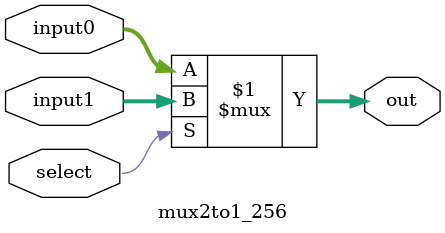
<source format=v>
/*
	Authored 2018-2019, Ryan Voo.

	All rights reserved.
	Redistribution and use in source and binary forms, with or without
	modification, are permitted provided that the following conditions
	are met:

	*	Redistributions of source code must retain the above
		copyright notice, this list of conditions and the following
		disclaimer.

	*	Redistributions in binary form must reproduce the above
		copyright notice, this list of conditions and the following
		disclaimer in the documentation and/or other materials
		provided with the distribution.

	*	Neither the name of the author nor the names of its
		contributors may be used to endorse or promote products
		derived from this software without specific prior written
		permission.

	THIS SOFTWARE IS PROVIDED BY THE COPYRIGHT HOLDERS AND CONTRIBUTORS
	"AS IS" AND ANY EXPRESS OR IMPLIED WARRANTIES, INCLUDING, BUT NOT
	LIMITED TO, THE IMPLIED WARRANTIES OF MERCHANTABILITY AND FITNESS
	FOR A PARTICULAR PURPOSE ARE DISCLAIMED. IN NO EVENT SHALL THE
	COPYRIGHT OWNER OR CONTRIBUTORS BE LIABLE FOR ANY DIRECT, INDIRECT,
	INCIDENTAL, SPECIAL, EXEMPLARY, OR CONSEQUENTIAL DAMAGES (INCLUDING,
	BUT NOT LIMITED TO, PROCUREMENT OF SUBSTITUTE GOODS OR SERVICES;
	LOSS OF USE, DATA, OR PROFITS; OR BUSINESS INTERRUPTION) HOWEVER
	CAUSED AND ON ANY THEORY OF LIABILITY, WHETHER IN CONTRACT, STRICT
	LIABILITY, OR TORT (INCLUDING NEGLIGENCE OR OTHERWISE) ARISING IN
	ANY WAY OUT OF THE USE OF THIS SOFTWARE, EVEN IF ADVISED OF THE
	POSSIBILITY OF SUCH DAMAGE.
*/



/*
 *	2 to 1 multiplexer
 */



module mux2to1(input0, input1, select, out);
	input [31:0]	input0, input1;
	input		select;
	output [31:0]	out;

	assign out = (select) ? input1 : input0;
endmodule

module mux2to1_256(input0, input1, select, out);
	input [255:0]	input0, input1;
	input		select;
	output [255:0]	out;

	assign out = (select) ? input1 : input0;
endmodule
</source>
